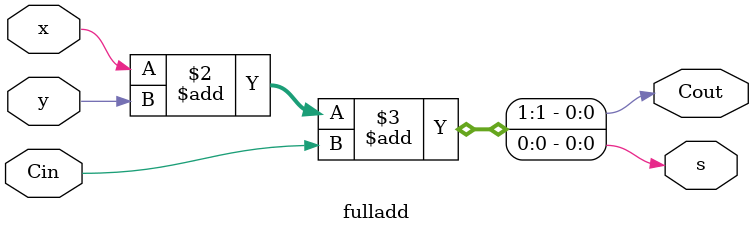
<source format=v>
module fulladd (Cin, x, y, s, Cout);
	input Cin, x, y;
	output s, Cout;
	reg s, Cout;
	
	always @(x or y or Cin)
		{Cout, s} = x + y + Cin;

endmodule



</source>
